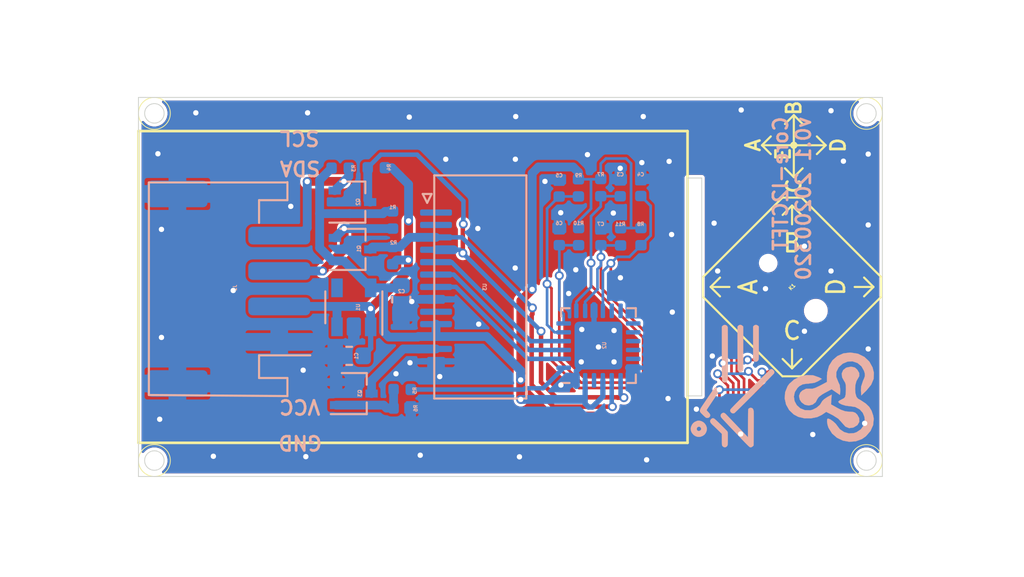
<source format=kicad_pcb>
(kicad_pcb (version 20171130) (host pcbnew "(5.1.4)-1")
  (layers (0 F.Cu signal) (31 B.Cu signal) (34 B.Paste user) (35 F.Paste user) (36 B.SilkS user) (37 F.SilkS user) (38 B.Mask user) (39 F.Mask user) (44 Edge.Cuts user))
  (net 0 "")
  (net 1 GND)
  (net 2 /VCC)
  (net 3 /3V3)
  (net 4 /SCL)
  (net 5 /SDA)
  (net 6 /SDAL)
  (net 7 /SCLL)
  (net 8 /LEDA)
  (net 9 "Net-(Q3-Pad1)")
  (net 10 /BL)
  (net 11 /RS)
  (net 12 /RES)
  (net 13 /CS)
  (net 14 /C)
  (net 15 /E)
  (net 16 /A)
  (net 17 /B)
  (net 18 /D)
  (module Pinno:Pinno_Single_5.1x5.1mm (layer B.Cu) (at 162.7 68.35 270)
    (fp_text reference G*** hide)
    (fp_text value LOGO hide)
  )
  (module Pinno:HTCTEK_LOGO_80 (layer B.Cu) (at 168.15 68.97 270)
    (fp_text reference G*** hide)
    (fp_text value LOGO hide)
  )
  (module C_0603_1608Metric (layer B.Cu) (at 141.0475 66.64 180)
    (fp_text reference C1 (at -0.4025 -0.01 270) (layer B.SilkS) (effects (font (size 0.2 0.2) (thickness 0.05)) (justify mirror)))
    (fp_text value 1uF)
    (pad 1 smd roundrect (at -0.7875 0 180) (size 0.875 0.95) (layers B.Cu B.Paste B.Mask) (net 2 /VCC))
    (pad 2 smd roundrect (at 0.7875 0 180) (size 0.875 0.95) (layers B.Cu B.Paste B.Mask) (net 1 GND))
  )
  (module C_0603_1608Metric (layer B.Cu) (at 143.99 63.4675 270)
    (fp_text reference C2 (at -0.4675 -0.01 180) (layer B.SilkS) (effects (font (size 0.2 0.2) (thickness 0.05)) (justify mirror)))
    (fp_text value 1uF)
    (pad 2 smd roundrect (at 0.7875 0 270) (size 0.875 0.95) (layers B.Cu B.Paste B.Mask) (net 1 GND))
    (pad 1 smd roundrect (at -0.7875 0 270) (size 0.875 0.95) (layers B.Cu B.Paste B.Mask) (net 3 /3V3))
  )
  (module SOT-323_SC-70 (layer B.Cu) (at 141.24 60.63)
    (fp_text reference Q1 (at 0.36 -0.03 270) (layer B.SilkS) (effects (font (size 0.2 0.2) (thickness 0.05)) (justify mirror)))
    (fp_text value CJ2102)
    (pad 3 smd rect (at 1 0 90) (size 0.45 0.7) (layers B.Cu B.Paste B.Mask) (net 6 /SDAL))
    (pad 2 smd rect (at -1 -0.65 90) (size 0.45 0.7) (layers B.Cu B.Paste B.Mask) (net 5 /SDA))
    (pad 1 smd rect (at -1 0.65 90) (size 0.45 0.7) (layers B.Cu B.Paste B.Mask) (net 3 /3V3))
  )
  (module SOT-323_SC-70 (layer B.Cu) (at 141.23 57.96)
    (fp_text reference Q2 (at 0.32 -0.01 270) (layer B.SilkS) (effects (font (size 0.2 0.2) (thickness 0.05)) (justify mirror)))
    (fp_text value CJ2102)
    (pad 1 smd rect (at -1 0.65 90) (size 0.45 0.7) (layers B.Cu B.Paste B.Mask) (net 3 /3V3))
    (pad 2 smd rect (at -1 -0.65 90) (size 0.45 0.7) (layers B.Cu B.Paste B.Mask) (net 4 /SCL))
    (pad 3 smd rect (at 1 0 90) (size 0.45 0.7) (layers B.Cu B.Paste B.Mask) (net 7 /SCLL))
  )
  (module SOT-323_SC-70 (layer B.Cu) (at 141.31 68.77)
    (fp_text reference Q3 (at 0.34 -0.02 270) (layer B.SilkS) (effects (font (size 0.2 0.2) (thickness 0.05)) (justify mirror)))
    (fp_text value CJ2102)
    (pad 1 smd rect (at -1 0.65 90) (size 0.45 0.7) (layers B.Cu B.Paste B.Mask) (net 9 "Net-(Q3-Pad1)"))
    (pad 2 smd rect (at -1 -0.65 90) (size 0.45 0.7) (layers B.Cu B.Paste B.Mask) (net 1 GND))
    (pad 3 smd rect (at 1 0 90) (size 0.45 0.7) (layers B.Cu B.Paste B.Mask) (net 8 /LEDA))
  )
  (module R_0402_1005Metric (layer B.Cu) (at 143.5 58.97 90)
    (fp_text reference R1 (at 0.72 0) (layer B.SilkS) (effects (font (size 0.2 0.2) (thickness 0.05)) (justify mirror)))
    (fp_text value 1k)
    (pad 1 smd roundrect (at -0.485 0 90) (size 0.59 0.64) (layers B.Cu B.Paste B.Mask) (net 5 /SDA))
    (pad 2 smd roundrect (at 0.485 0 90) (size 0.59 0.64) (layers B.Cu B.Paste B.Mask) (net 3 /3V3))
  )
  (module R_0402_1005Metric (layer B.Cu) (at 143.5 60.98 90)
    (fp_text reference R2 (at 0.73 0.05) (layer B.SilkS) (effects (font (size 0.2 0.2) (thickness 0.05)) (justify mirror)))
    (fp_text value 1k)
    (pad 2 smd roundrect (at 0.485 0 90) (size 0.59 0.64) (layers B.Cu B.Paste B.Mask) (net 6 /SDAL))
    (pad 1 smd roundrect (at -0.485 0 90) (size 0.59 0.64) (layers B.Cu B.Paste B.Mask) (net 2 /VCC))
  )
  (module R_0402_1005Metric (layer B.Cu) (at 140.54 56.04 180)
    (fp_text reference R3 (at -0.76 -0.01 270) (layer B.SilkS) (effects (font (size 0.2 0.2) (thickness 0.05)) (justify mirror)))
    (fp_text value 1k)
    (pad 2 smd roundrect (at 0.485 0 180) (size 0.59 0.64) (layers B.Cu B.Paste B.Mask) (net 3 /3V3))
    (pad 1 smd roundrect (at -0.485 0 180) (size 0.59 0.64) (layers B.Cu B.Paste B.Mask) (net 4 /SCL))
  )
  (module R_0402_1005Metric (layer B.Cu) (at 142.58 56.02 180)
    (fp_text reference R4 (at -0.72 0.02 270) (layer B.SilkS) (effects (font (size 0.2 0.2) (thickness 0.05)) (justify mirror)))
    (fp_text value 1k)
    (pad 1 smd roundrect (at -0.485 0 180) (size 0.59 0.64) (layers B.Cu B.Paste B.Mask) (net 2 /VCC))
    (pad 2 smd roundrect (at 0.485 0 180) (size 0.59 0.64) (layers B.Cu B.Paste B.Mask) (net 7 /SCLL))
  )
  (module R_0402_1005Metric (layer B.Cu) (at 144.04 68.54 180)
    (fp_text reference R5 (at -0.71 -0.06 270) (layer B.SilkS) (effects (font (size 0.2 0.2) (thickness 0.05)) (justify mirror)))
    (fp_text value 1k)
    (pad 2 smd roundrect (at 0.485 0 180) (size 0.59 0.64) (layers B.Cu B.Paste B.Mask) (net 9 "Net-(Q3-Pad1)"))
    (pad 1 smd roundrect (at -0.485 0 180) (size 0.59 0.64) (layers B.Cu B.Paste B.Mask) (net 10 /BL))
  )
  (module R_0402_1005Metric (layer B.Cu) (at 144.04 69.59)
    (fp_text reference R6 (at 0.76 0.01 270) (layer B.SilkS) (effects (font (size 0.2 0.2) (thickness 0.05)) (justify mirror)))
    (fp_text value 100k)
    (pad 1 smd roundrect (at -0.485 0) (size 0.59 0.64) (layers B.Cu B.Paste B.Mask) (net 9 "Net-(Q3-Pad1)"))
    (pad 2 smd roundrect (at 0.485 0) (size 0.59 0.64) (layers B.Cu B.Paste B.Mask) (net 1 GND))
  )
  (module SOT-23-5 (layer B.Cu) (at 141.31 63.9 90)
    (fp_text reference U1 (at 0 0.24 90) (layer B.SilkS) (effects (font (size 0.2 0.2) (thickness 0.05)) (justify mirror)))
    (fp_text value ME6215C33M5G)
    (pad 1 smd rect (at -1.1 0.95 90) (size 1.06 0.65) (layers B.Cu B.Paste B.Mask) (net 2 /VCC))
    (pad 2 smd rect (at -1.1 0 90) (size 1.06 0.65) (layers B.Cu B.Paste B.Mask) (net 1 GND))
    (pad 3 smd rect (at -1.1 -0.95 90) (size 1.06 0.65) (layers B.Cu B.Paste B.Mask) (net 2 /VCC))
    (pad 4 smd rect (at 1.1 -0.95 90) (size 1.06 0.65) (layers B.Cu B.Paste B.Mask))
    (pad 5 smd rect (at 1.1 0.95 90) (size 1.06 0.65) (layers B.Cu B.Paste B.Mask) (net 3 /3V3))
  )
  (module QFN-24-1EP_4x4mm_P0.5mm_EP2.7x2.7mm (layer B.Cu) (at 155.12 66.06)
    (fp_text reference U2 (at 0.33 -0.01 270) (layer B.SilkS) (effects (font (size 0.2 0.2) (thickness 0.05)) (justify mirror)))
    (fp_text value AW9523BTQR)
    (pad 25 smd roundrect (at 0 0) (size 2.7 2.7) (layers B.Cu B.Mask) (roundrect_rratio 0.09259299999999999) (net 1 GND))
    (pad 1 smd roundrect (at -1.9625 1.25) (size 0.825 0.25) (layers B.Cu B.Paste B.Mask) (net 10 /BL))
    (pad 2 smd roundrect (at -1.9625 0.75) (size 0.825 0.25) (layers B.Cu B.Paste B.Mask) (net 13 /CS))
    (pad 3 smd roundrect (at -1.9625 0.25) (size 0.825 0.25) (layers B.Cu B.Paste B.Mask) (net 12 /RES))
    (pad 4 smd roundrect (at -1.9625 -0.25) (size 0.825 0.25) (layers B.Cu B.Paste B.Mask) (net 11 /RS))
    (pad 5 smd roundrect (at -1.9625 -0.75) (size 0.825 0.25) (layers B.Cu B.Paste B.Mask) (net 16 /A))
    (pad 6 smd roundrect (at -1.9625 -1.25) (size 0.825 0.25) (layers B.Cu B.Paste B.Mask) (net 17 /B))
    (pad 7 smd roundrect (at -1.25 -1.9625) (size 0.25 0.825) (layers B.Cu B.Paste B.Mask) (net 14 /C))
    (pad 8 smd roundrect (at -0.75 -1.9625) (size 0.25 0.825) (layers B.Cu B.Paste B.Mask) (net 18 /D))
    (pad 9 smd roundrect (at -0.25 -1.9625) (size 0.25 0.825) (layers B.Cu B.Paste B.Mask) (net 1 GND))
    (pad 10 smd roundrect (at 0.25 -1.9625) (size 0.25 0.825) (layers B.Cu B.Paste B.Mask) (net 15 /E))
    (pad 11 smd roundrect (at 0.75 -1.9625) (size 0.25 0.825) (layers B.Cu B.Paste B.Mask))
    (pad 12 smd roundrect (at 1.25 -1.9625) (size 0.25 0.825) (layers B.Cu B.Paste B.Mask))
    (pad 13 smd roundrect (at 1.9625 -1.25) (size 0.825 0.25) (layers B.Cu B.Paste B.Mask))
    (pad 14 smd roundrect (at 1.9625 -0.75) (size 0.825 0.25) (layers B.Cu B.Paste B.Mask))
    (pad 15 smd roundrect (at 1.9625 -0.25) (size 0.825 0.25) (layers B.Cu B.Paste B.Mask))
    (pad 16 smd roundrect (at 1.9625 0.25) (size 0.825 0.25) (layers B.Cu B.Paste B.Mask))
    (pad 17 smd roundrect (at 1.9625 0.75) (size 0.825 0.25) (layers B.Cu B.Paste B.Mask))
    (pad 18 smd roundrect (at 1.9625 1.25) (size 0.825 0.25) (layers B.Cu B.Paste B.Mask) (net 1 GND))
    (pad 19 smd roundrect (at 1.25 1.9625) (size 0.25 0.825) (layers B.Cu B.Paste B.Mask) (net 7 /SCLL))
    (pad 20 smd roundrect (at 0.75 1.9625) (size 0.25 0.825) (layers B.Cu B.Paste B.Mask) (net 6 /SDAL))
    (pad 21 smd roundrect (at 0.25 1.9625) (size 0.25 0.825) (layers B.Cu B.Paste B.Mask) (net 3 /3V3))
    (pad 22 smd roundrect (at -0.25 1.9625) (size 0.25 0.825) (layers B.Cu B.Paste B.Mask))
    (pad 23 smd roundrect (at -0.75 1.9625) (size 0.25 0.825) (layers B.Cu B.Paste B.Mask) (net 3 /3V3))
    (pad 24 smd roundrect (at -1.25 1.9625) (size 0.25 0.825) (layers B.Cu B.Paste B.Mask) (net 1 GND))
  )
  (module TFT_ZJY114IPS_1.14Inch_135x240Pixels_17.6x31.0x1.6mm (layer F.Cu) (at 148.45 62.75 270)
    (fp_text reference U3 (at 0 -0.25 270) (layer B.SilkS) (effects (font (size 0.2 0.2) (thickness 0.05)) (justify mirror)))
    (fp_text value TFT_ZJY114IPS_1.14Inch_135x240Pixels_17.6x31.0x1.6mm)
    (pad 13 smd roundrect (at 4.2 2.5) (size 1.8 0.35) (layers B.Cu B.Paste B.Mask) (net 1 GND))
    (pad 12 smd roundrect (at 3.5 2.5) (size 1.8 0.35) (layers B.Cu B.Paste B.Mask) (net 8 /LEDA))
    (pad 11 smd roundrect (at 2.8 2.5) (size 1.8 0.35) (layers B.Cu B.Paste B.Mask) (net 3 /3V3))
    (pad 10 smd roundrect (at 2.1 2.5) (size 1.8 0.35) (layers B.Cu B.Paste B.Mask) (net 3 /3V3))
    (pad 9 smd roundrect (at 1.4 2.5) (size 1.8 0.35) (layers B.Cu B.Paste B.Mask))
    (pad 8 smd roundrect (at 0.7 2.5) (size 1.8 0.35) (layers B.Cu B.Paste B.Mask) (net 1 GND))
    (pad 7 smd roundrect (at 0 2.5) (size 1.8 0.35) (layers B.Cu B.Paste B.Mask) (net 13 /CS))
    (pad 6 smd roundrect (at -0.7 2.5) (size 1.8 0.35) (layers B.Cu B.Paste B.Mask) (net 12 /RES))
    (pad 5 smd roundrect (at -1.4 2.5) (size 1.8 0.35) (layers B.Cu B.Paste B.Mask) (net 11 /RS))
    (pad 4 smd roundrect (at -2.1 2.5) (size 1.8 0.35) (layers B.Cu B.Paste B.Mask) (net 7 /SCLL))
    (pad 3 smd roundrect (at -2.8 2.5) (size 1.8 0.35) (layers B.Cu B.Paste B.Mask) (net 6 /SDAL))
    (pad 2 smd roundrect (at -3.5 2.5) (size 1.8 0.35) (layers B.Cu B.Paste B.Mask))
    (pad 1 smd roundrect (at -4.2 2.5) (size 1.8 0.35) (layers B.Cu B.Paste B.Mask))
  )
  (module C_0402_1005Metric (layer B.Cu) (at 156.35 57.145 90)
    (fp_text reference C3 (at 0.745 0) (layer B.SilkS) (effects (font (size 0.2 0.2) (thickness 0.05)) (justify mirror)))
    (fp_text value 100nF)
    (pad 1 smd roundrect (at -0.485 0 90) (size 0.59 0.64) (layers B.Cu B.Paste B.Mask) (net 14 /C))
    (pad 2 smd roundrect (at 0.485 0 90) (size 0.59 0.64) (layers B.Cu B.Paste B.Mask) (net 1 GND))
  )
  (module C_0402_1005Metric (layer B.Cu) (at 157.51 57.13 90)
    (fp_text reference C4 (at 0.73 -0.01) (layer B.SilkS) (effects (font (size 0.2 0.2) (thickness 0.05)) (justify mirror)))
    (fp_text value 100nF)
    (pad 2 smd roundrect (at 0.485 0 90) (size 0.59 0.64) (layers B.Cu B.Paste B.Mask) (net 1 GND))
    (pad 1 smd roundrect (at -0.485 0 90) (size 0.59 0.64) (layers B.Cu B.Paste B.Mask) (net 15 /E))
  )
  (module C_0402_1005Metric (layer B.Cu) (at 152.9 57.16 90)
    (fp_text reference C5 (at 0.71 0) (layer B.SilkS) (effects (font (size 0.2 0.2) (thickness 0.05)) (justify mirror)))
    (fp_text value 100nF)
    (pad 1 smd roundrect (at -0.485 0 90) (size 0.59 0.64) (layers B.Cu B.Paste B.Mask) (net 16 /A))
    (pad 2 smd roundrect (at 0.485 0 90) (size 0.59 0.64) (layers B.Cu B.Paste B.Mask) (net 1 GND))
  )
  (module C_0402_1005Metric (layer B.Cu) (at 152.91 59.905 90)
    (fp_text reference C6 (at 0.755 -0.01) (layer B.SilkS) (effects (font (size 0.2 0.2) (thickness 0.05)) (justify mirror)))
    (fp_text value 100nF)
    (pad 2 smd roundrect (at 0.485 0 90) (size 0.59 0.64) (layers B.Cu B.Paste B.Mask) (net 1 GND))
    (pad 1 smd roundrect (at -0.485 0 90) (size 0.59 0.64) (layers B.Cu B.Paste B.Mask) (net 17 /B))
  )
  (module C_0402_1005Metric (layer B.Cu) (at 155.26 59.91 90)
    (fp_text reference C7 (at 0.71 -0.01) (layer B.SilkS) (effects (font (size 0.2 0.2) (thickness 0.05)) (justify mirror)))
    (fp_text value 100nF)
    (pad 1 smd roundrect (at -0.485 0 90) (size 0.59 0.64) (layers B.Cu B.Paste B.Mask) (net 18 /D))
    (pad 2 smd roundrect (at 0.485 0 90) (size 0.59 0.64) (layers B.Cu B.Paste B.Mask) (net 1 GND))
  )
  (module Pinno:Switch_GANGYUAN_KAN0741-0601M1_TACT-SWITCH_8P_7.5x7.5x6mm (layer F.Cu) (at 166.05 62.75 45)
    (fp_text reference K1 (at 0 0 45) (layer F.SilkS) (effects (font (size 0.2 0.2) (thickness 0.05))))
    (fp_text value KAN0741-0601M1)
    (fp_text user A (at -1.75 -1.75 90) (layer F.SilkS))
    (fp_text user B (at 1.75 -1.75) (layer F.SilkS))
    (fp_text user C (at -1.75 1.75) (layer F.SilkS))
    (fp_text user D (at 1.75 1.75 270) (layer F.SilkS))
    (pad "" np_thru_hole circle (at 0 1.9 45) (size 1.05 1.05) (drill 1.05) (layers *.Cu *.Mask))
    (pad "" np_thru_hole circle (at 0 -1.9 45) (size 0.75 0.75) (drill 0.75) (layers *.Cu *.Mask))
    (pad 4 smd roundrect (at 3.5 -1.4 45) (size 1.5 1) (layers F.Cu F.Paste F.Mask) (net 17 /B))
    (pad 5 smd roundrect (at 3.5 0 45) (size 1.5 1) (layers F.Cu F.Paste F.Mask) (net 1 GND))
    (pad 6 smd roundrect (at 3.5 1.4 45) (size 1.5 1) (layers F.Cu F.Paste F.Mask) (net 18 /D))
    (pad 3 smd roundrect (at -3.5 1.4 45) (size 1.5 1) (layers F.Cu F.Paste F.Mask) (net 14 /C))
    (pad 2 smd roundrect (at -3.5 0 45) (size 1.5 1) (layers F.Cu F.Paste F.Mask) (net 15 /E))
    (pad 1 smd roundrect (at -3.5 -1.4 45) (size 1.5 1) (layers F.Cu F.Paste F.Mask) (net 16 /A))
    (pad MP smd roundrect (at 0 -3.9 45) (size 2 1.5) (layers F.Cu F.Paste F.Mask) (net 1 GND))
    (pad MP smd roundrect (at 0 3.9 45) (size 2 1.5) (layers F.Cu F.Paste F.Mask) (net 1 GND))
  )
  (module R_0402_1005Metric (layer B.Cu) (at 155.25 57.14 270)
    (fp_text reference R7 (at -0.74 0) (layer B.SilkS) (effects (font (size 0.2 0.2) (thickness 0.05)) (justify mirror)))
    (fp_text value 100k)
    (pad 2 smd roundrect (at 0.485 0 270) (size 0.59 0.64) (layers B.Cu B.Paste B.Mask) (net 14 /C))
    (pad 1 smd roundrect (at -0.485 0 270) (size 0.59 0.64) (layers B.Cu B.Paste B.Mask) (net 3 /3V3))
  )
  (module R_0402_1005Metric (layer B.Cu) (at 157.52 59.91 270)
    (fp_text reference R8 (at -0.71 0.02) (layer B.SilkS) (effects (font (size 0.2 0.2) (thickness 0.05)) (justify mirror)))
    (fp_text value 100k)
    (pad 1 smd roundrect (at -0.485 0 270) (size 0.59 0.64) (layers B.Cu B.Paste B.Mask) (net 3 /3V3))
    (pad 2 smd roundrect (at 0.485 0 270) (size 0.59 0.64) (layers B.Cu B.Paste B.Mask) (net 15 /E))
  )
  (module R_0402_1005Metric (layer B.Cu) (at 153.99 57.155 270)
    (fp_text reference R9 (at -0.705 -0.01) (layer B.SilkS) (effects (font (size 0.2 0.2) (thickness 0.05)) (justify mirror)))
    (fp_text value 100k)
    (pad 2 smd roundrect (at 0.485 0 270) (size 0.59 0.64) (layers B.Cu B.Paste B.Mask) (net 16 /A))
    (pad 1 smd roundrect (at -0.485 0 270) (size 0.59 0.64) (layers B.Cu B.Paste B.Mask) (net 3 /3V3))
  )
  (module R_0402_1005Metric (layer B.Cu) (at 154 59.91 270)
    (fp_text reference R10 (at -0.76 0) (layer B.SilkS) (effects (font (size 0.2 0.2) (thickness 0.05)) (justify mirror)))
    (fp_text value 100k)
    (pad 1 smd roundrect (at -0.485 0 270) (size 0.59 0.64) (layers B.Cu B.Paste B.Mask) (net 3 /3V3))
    (pad 2 smd roundrect (at 0.485 0 270) (size 0.59 0.64) (layers B.Cu B.Paste B.Mask) (net 17 /B))
  )
  (module R_0402_1005Metric (layer B.Cu) (at 156.37 59.92 270)
    (fp_text reference R11 (at -0.72 0.02) (layer B.SilkS) (effects (font (size 0.2 0.2) (thickness 0.05)) (justify mirror)))
    (fp_text value 100k)
    (pad 1 smd roundrect (at -0.485 0 270) (size 0.59 0.64) (layers B.Cu B.Paste B.Mask) (net 3 /3V3))
    (pad 2 smd roundrect (at 0.485 0 270) (size 0.59 0.64) (layers B.Cu B.Paste B.Mask) (net 18 /D))
  )
  (module Connector_CJT_A2001WR-S-4P_1x04-1MP_P2.00mm_Horizontal (layer B.Cu) (at 134.25 62.85 90)
    (fp_text reference J1 (at 0.05 0.35 90) (layer B.SilkS) (effects (font (size 0.2 0.2) (thickness 0.05)) (justify mirror)))
    (fp_text value A2001WR-S-4P)
    (pad 1 smd roundrect (at -3 2.85 90) (size 1 3.5) (layers B.Cu B.Paste B.Mask) (net 1 GND))
    (pad 2 smd roundrect (at -1 2.85 90) (size 1 3.5) (layers B.Cu B.Paste B.Mask) (net 2 /VCC))
    (pad MP smd roundrect (at -5.35 -2.9 90) (size 1.5 3.4) (layers B.Cu B.Paste B.Mask) (roundrect_rratio 0.166667) (net 1 GND))
    (pad MP smd roundrect (at 5.35 -2.9 90) (size 1.5 3.4) (layers B.Cu B.Paste B.Mask) (roundrect_rratio 0.166667) (net 1 GND))
    (pad 3 smd roundrect (at 1 2.85 90) (size 1 3.5) (layers B.Cu B.Paste B.Mask) (net 5 /SDA))
    (pad 4 smd roundrect (at 3 2.85 90) (size 1 3.5) (layers B.Cu B.Paste B.Mask) (net 4 /SCL))
  )
  (gr_text "Core-I2CTFT\nv0.1 20200320" (at 166.05 53.05 90) (layer B.SilkS) (effects (font (size 0.8 0.8)) (justify left mirror)))
  (gr_circle (center 166.15 54.75) (end 166.25 54.65) (layer F.SilkS) (width 0.12))
  (gr_text E (at 165.55 55.25 90) (layer F.SilkS) (effects (font (size 0.8 0.8) (thickness 0.152))))
  (gr_text C (at 166.15 57.05 90) (layer F.SilkS) (effects (font (size 0.8 0.8) (thickness 0.152))))
  (gr_text D (at 168.65 54.75 90) (layer F.SilkS) (effects (font (size 0.8 0.8) (thickness 0.152))))
  (gr_text B (at 166.15 52.65 90) (layer F.SilkS) (effects (font (size 0.8 0.8) (thickness 0.152))))
  (gr_text A (at 163.85 54.75 90) (layer F.SilkS) (effects (font (size 0.8 0.8) (thickness 0.152))))
  (gr_line (start 166.15 53.05) (end 165.65 53.55) (layer F.SilkS) (width 0.12))
  (gr_line (start 166.15 53.05) (end 166.65 53.55) (layer F.SilkS) (width 0.12))
  (gr_line (start 167.95 54.75) (end 167.45 54.25) (layer F.SilkS) (width 0.12))
  (gr_line (start 167.45 55.25) (end 167.95 54.75) (layer F.SilkS) (width 0.12))
  (gr_line (start 164.35 54.75) (end 164.85 54.25) (layer F.SilkS) (width 0.12))
  (gr_line (start 164.85 55.25) (end 164.35 54.75) (layer F.SilkS) (width 0.12))
  (gr_line (start 166.15 56.55) (end 166.65 56.05) (layer F.SilkS) (width 0.12))
  (gr_line (start 166.15 56.55) (end 165.65 56.05) (layer F.SilkS) (width 0.12))
  (gr_line (start 166.15 56.55) (end 166.15 53.05) (layer F.SilkS) (width 0.12))
  (gr_line (start 165.95 54.75) (end 167.95 54.75) (layer F.SilkS) (width 0.12))
  (gr_line (start 164.35 54.75) (end 166.35 54.75) (layer F.SilkS) (width 0.12))
  (gr_text SCL (at 139.45 54.35 180) (layer B.SilkS) (effects (font (size 0.8 0.8) (thickness 0.152)) (justify left)))
  (gr_text SDA (at 139.5 56.05 180) (layer B.SilkS) (effects (font (size 0.8 0.8) (thickness 0.152)) (justify left)))
  (gr_text VCC (at 139.5 69.512286 180) (layer B.SilkS) (effects (font (size 0.8 0.8) (thickness 0.152)) (justify left)))
  (gr_text GND (at 139.6 71.540095 180) (layer B.SilkS) (effects (font (size 0.8 0.8) (thickness 0.152)) (justify left)))
  (gr_line (start 171.15 52.05) (end 171.15 73.45) (layer Edge.Cuts) (width 0.05))
  (gr_line (start 129.15 52.05) (end 129.15 73.45) (layer Edge.Cuts) (width 0.05))
  (gr_line (start 160.15 56.6) (end 160.15 68.9) (layer Edge.Cuts) (width 0.05))
  (gr_line (start 160.95 56.6) (end 160.15 56.6) (layer Edge.Cuts) (width 0.05))
  (gr_line (start 160.95 68.9) (end 160.95 56.6) (layer Edge.Cuts) (width 0.05))
  (gr_line (start 160.15 68.9) (end 160.95 68.9) (layer Edge.Cuts) (width 0.05))
  (gr_line (start 160.15 53.95) (end 160.15 71.55) (layer F.SilkS) (width 0.15))
  (gr_line (start 160.15 53.95) (end 129.15 53.95) (layer F.SilkS) (width 0.15))
  (gr_line (start 129.15 71.55) (end 160.15 71.55) (layer F.SilkS) (width 0.15))
  (gr_line (start 129.15 71.55) (end 129.15 53.95) (layer F.SilkS) (width 0.15))
  (gr_circle (center 170.25 52.95) (end 169.7 52.95) (layer Edge.Cuts) (width 0.05))
  (gr_circle (center 130.05 72.55) (end 129.5 72.55) (layer Edge.Cuts) (width 0.05))
  (gr_circle (center 170.25 72.55) (end 169.7 72.55) (layer Edge.Cuts) (width 0.05))
  (gr_circle (center 130.05 72.55) (end 130.05 71.65) (layer F.SilkS) (width 0.05))
  (gr_line (start 171.15 52.05) (end 129.15 52.05) (layer Edge.Cuts) (width 0.05))
  (gr_line (start 129.15 73.45) (end 171.15 73.45) (layer Edge.Cuts) (width 0.05))
  (gr_circle (center 130.05 52.95) (end 130.05 52.05) (layer F.SilkS) (width 0.05))
  (gr_circle (center 170.25 52.95) (end 170.25 52.05) (layer F.SilkS) (width 0.05))
  (gr_circle (center 170.25 72.55) (end 170.25 71.65) (layer F.SilkS) (width 0.05))
  (gr_circle (center 130.05 52.95) (end 129.5 52.95) (layer Edge.Cuts) (width 0.05))
  (segment (start 144.705 63.45) (end 145.95 63.45) (width 0.5) (layer B.Cu) (net 1))
  (segment (start 143.9 64.255) (end 144.5825 63.5725) (width 0.5) (layer B.Cu) (net 1))
  (via (at 152.99 58.56) (size 0.5) (drill 0.3) (layers F.Cu B.Cu) (net 1))
  (via (at 155.96 58.58) (size 0.5) (drill 0.3) (layers F.Cu B.Cu) (net 1))
  (via (at 156.35 56.05) (size 0.5) (drill 0.3) (layers F.Cu B.Cu) (net 1))
  (via (at 157.57 55.73) (size 0.5) (drill 0.3) (layers F.Cu B.Cu) (net 1))
  (via (at 148.36 64.85) (size 0.5) (drill 0.3) (layers F.Cu B.Cu) (net 1))
  (segment (start 144.5825 63.5725) (end 144.705 63.45) (width 0.5) (layer B.Cu) (net 1))
  (via (at 144.5825 63.5725) (size 0.5) (drill 0.3) (layers F.Cu B.Cu) (net 1))
  (via (at 143.69 67.65) (size 0.5) (drill 0.3) (layers F.Cu B.Cu) (net 1))
  (via (at 144.48 67.03) (size 0.5) (drill 0.3) (layers F.Cu B.Cu) (net 1))
  (via (at 146.16 67.81) (size 0.5) (drill 0.3) (layers F.Cu B.Cu) (net 1))
  (via (at 153 68.29) (size 0.5) (drill 0.3) (layers F.Cu B.Cu) (net 1))
  (via (at 155.12 66.14) (size 0.5) (drill 0.3) (layers F.Cu B.Cu) (net 1))
  (via (at 154.15 66.98) (size 0.5) (drill 0.3) (layers F.Cu B.Cu) (net 1))
  (via (at 156 66.98) (size 0.5) (drill 0.3) (layers F.Cu B.Cu) (net 1))
  (via (at 154.18 65.15) (size 0.5) (drill 0.3) (layers F.Cu B.Cu) (net 1))
  (via (at 156 65.21) (size 0.5) (drill 0.3) (layers F.Cu B.Cu) (net 1))
  (via (at 152.1 56.79) (size 0.5) (drill 0.3) (layers F.Cu B.Cu) (net 1))
  (segment (start 154.87 65.81) (end 155.12 66.06) (width 0.3) (layer B.Cu) (net 1))
  (segment (start 154.87 64.0975) (end 154.87 65.81) (width 0.3) (layer B.Cu) (net 1))
  (via (at 130.35 70.22) (size 0.5) (drill 0.3) (layers F.Cu B.Cu) (net 1))
  (via (at 133.38 72.31) (size 0.5) (drill 0.3) (layers F.Cu B.Cu) (net 1))
  (via (at 138.6 72.33) (size 0.5) (drill 0.3) (layers F.Cu B.Cu) (net 1))
  (via (at 145.06 72.25) (size 0.5) (drill 0.3) (layers F.Cu B.Cu) (net 1))
  (via (at 150.66 72.34) (size 0.5) (drill 0.3) (layers F.Cu B.Cu) (net 1))
  (via (at 157.84 72.51) (size 0.5) (drill 0.3) (layers F.Cu B.Cu) (net 1))
  (via (at 130.25 55.23) (size 0.5) (drill 0.3) (layers F.Cu B.Cu) (net 1))
  (via (at 132.39 52.92) (size 0.5) (drill 0.3) (layers F.Cu B.Cu) (net 1))
  (via (at 138.7 52.92) (size 0.5) (drill 0.3) (layers F.Cu B.Cu) (net 1))
  (via (at 144.44 53.16) (size 0.5) (drill 0.3) (layers F.Cu B.Cu) (net 1))
  (via (at 150.45 53.13) (size 0.5) (drill 0.3) (layers F.Cu B.Cu) (net 1))
  (via (at 157.65 53.13) (size 0.5) (drill 0.3) (layers F.Cu B.Cu) (net 1))
  (via (at 159.11 55.66) (size 0.5) (drill 0.3) (layers F.Cu B.Cu) (net 1))
  (via (at 159.25 59.79) (size 0.5) (drill 0.3) (layers F.Cu B.Cu) (net 1))
  (via (at 159.29 64.17) (size 0.5) (drill 0.3) (layers F.Cu B.Cu) (net 1))
  (via (at 156.36 62.23) (size 0.5) (drill 0.3) (layers F.Cu B.Cu) (net 1))
  (via (at 150.42 61.68) (size 0.5) (drill 0.3) (layers F.Cu B.Cu) (net 1))
  (via (at 146.5 55.54) (size 0.5) (drill 0.3) (layers F.Cu B.Cu) (net 1))
  (via (at 148.31 59.45) (size 0.5) (drill 0.3) (layers F.Cu B.Cu) (net 1))
  (via (at 150.43 55.54) (size 0.5) (drill 0.3) (layers F.Cu B.Cu) (net 1))
  (via (at 154.5 55.28) (size 0.5) (drill 0.3) (layers F.Cu B.Cu) (net 1))
  (via (at 153.44 63.12) (size 0.5) (drill 0.3) (layers F.Cu B.Cu) (net 1))
  (via (at 153.84 61.78) (size 0.5) (drill 0.3) (layers F.Cu B.Cu) (net 1))
  (segment (start 155.12 66.26) (end 155.12 66.06) (width 0.3) (layer B.Cu) (net 1))
  (segment (start 153.87 67.51) (end 155.12 66.26) (width 0.3) (layer B.Cu) (net 1))
  (segment (start 153.87 68.0225) (end 153.87 67.51) (width 0.3) (layer B.Cu) (net 1))
  (via (at 170.15 70.45) (size 0.5) (drill 0.3) (layers F.Cu B.Cu) (net 1))
  (via (at 170.35 66.25) (size 0.5) (drill 0.3) (layers F.Cu B.Cu) (net 1))
  (via (at 170.35 59.25) (size 0.5) (drill 0.3) (layers F.Cu B.Cu) (net 1))
  (via (at 170.35 55.25) (size 0.5) (drill 0.3) (layers F.Cu B.Cu) (net 1))
  (via (at 168.25 52.8) (size 0.5) (drill 0.3) (layers F.Cu B.Cu) (net 1))
  (via (at 163.18 52.76) (size 0.5) (drill 0.3) (layers F.Cu B.Cu) (net 1))
  (via (at 163.15 71.05) (size 0.5) (drill 0.3) (layers F.Cu B.Cu) (net 1))
  (via (at 164.55 62.85) (size 0.5) (drill 0.3) (layers F.Cu B.Cu) (net 1))
  (via (at 168.95 55.65) (size 0.5) (drill 0.3) (layers F.Cu B.Cu) (net 1))
  (via (at 167.22 71.08) (size 0.5) (drill 0.3) (layers F.Cu B.Cu) (net 1))
  (via (at 161.65 59.15) (size 0.5) (drill 0.3) (layers F.Cu B.Cu) (net 1))
  (via (at 160.65 69.65) (size 0.5) (drill 0.3) (layers F.Cu B.Cu) (net 1))
  (via (at 159.05 69.05) (size 0.5) (drill 0.3) (layers F.Cu B.Cu) (net 1))
  (via (at 161.55 66.65) (size 0.5) (drill 0.3) (layers F.Cu B.Cu) (net 1))
  (via (at 161.85 61.85) (size 0.5) (drill 0.3) (layers F.Cu B.Cu) (net 1))
  (via (at 168.25 61.85) (size 0.5) (drill 0.3) (layers F.Cu B.Cu) (net 1))
  (via (at 166.75 65.25) (size 0.5) (drill 0.3) (layers F.Cu B.Cu) (net 1))
  (via (at 166.75 60.45) (size 0.5) (drill 0.3) (layers F.Cu B.Cu) (net 1))
  (via (at 130.45 65.6) (size 0.5) (drill 0.3) (layers F.Cu B.Cu) (net 1))
  (via (at 130.45 59.5) (size 0.5) (drill 0.3) (layers F.Cu B.Cu) (net 1))
  (via (at 134.5 62.95) (size 0.5) (drill 0.3) (layers F.Cu B.Cu) (net 1))
  (via (at 138.45 67.45) (size 0.5) (drill 0.3) (layers F.Cu B.Cu) (net 1))
  (via (at 137.75 58.2) (size 0.5) (drill 0.3) (layers F.Cu B.Cu) (net 1))
  (segment (start 142.2875 65.0275) (end 142.26 65) (width 0.3) (layer B.Cu) (net 2))
  (segment (start 137.1 63.85) (end 138.31 63.85) (width 0.5) (layer B.Cu) (net 2))
  (segment (start 142.26 63.97) (end 142.26 65) (width 0.5) (layer B.Cu) (net 2))
  (segment (start 142.14 63.85) (end 142.26 63.97) (width 0.5) (layer B.Cu) (net 2))
  (segment (start 142.26 66.215) (end 141.835 66.64) (width 0.3) (layer B.Cu) (net 2))
  (segment (start 142.26 65) (end 142.26 66.215) (width 0.3) (layer B.Cu) (net 2))
  (segment (start 140.34 63.95) (end 140.34 63.85) (width 0.5) (layer B.Cu) (net 2))
  (segment (start 140.36 63.97) (end 140.34 63.95) (width 0.5) (layer B.Cu) (net 2))
  (segment (start 140.36 65) (end 140.36 63.97) (width 0.5) (layer B.Cu) (net 2))
  (segment (start 137.1 63.85) (end 140.34 63.85) (width 0.5) (layer B.Cu) (net 2))
  (segment (start 140.34 63.85) (end 142.14 63.85) (width 0.5) (layer B.Cu) (net 2))
  (segment (start 143.46 56.02) (end 144.4 56.96) (width 0.5) (layer B.Cu) (net 2))
  (segment (start 143.065 56.02) (end 143.46 56.02) (width 0.5) (layer B.Cu) (net 2))
  (via (at 144.4 59.02) (size 0.5) (drill 0.3) (layers F.Cu B.Cu) (net 2))
  (segment (start 144.4 56.96) (end 144.4 59.02) (width 0.5) (layer B.Cu) (net 2))
  (via (at 144.39 61.23) (size 0.5) (drill 0.3) (layers F.Cu B.Cu) (net 2))
  (segment (start 144.4 59.02) (end 144.4 61.22) (width 0.5) (layer F.Cu) (net 2))
  (segment (start 144.4 61.22) (end 144.39 61.23) (width 0.5) (layer F.Cu) (net 2))
  (segment (start 143.735 61.23) (end 143.5 61.465) (width 0.5) (layer B.Cu) (net 2))
  (segment (start 144.39 61.23) (end 143.735 61.23) (width 0.5) (layer B.Cu) (net 2))
  (via (at 142.26 63.97) (size 0.5) (drill 0.3) (layers F.Cu B.Cu) (net 2))
  (segment (start 144.39 61.23) (end 144.39 61.84) (width 0.5) (layer F.Cu) (net 2))
  (segment (start 144.39 61.84) (end 142.26 63.97) (width 0.5) (layer F.Cu) (net 2))
  (segment (start 156.38 59.425) (end 156.37 59.435) (width 0.152) (layer B.Cu) (net 3))
  (segment (start 155.235 56.67) (end 155.25 56.655) (width 0.152) (layer B.Cu) (net 3))
  (segment (start 154.7 58.33) (end 154.7 56.67) (width 0.152) (layer B.Cu) (net 3))
  (segment (start 154 59.425) (end 154 59.03) (width 0.152) (layer B.Cu) (net 3))
  (segment (start 154.7 56.67) (end 155.235 56.67) (width 0.152) (layer B.Cu) (net 3))
  (segment (start 154 59.03) (end 154.7 58.33) (width 0.152) (layer B.Cu) (net 3))
  (segment (start 153.99 56.67) (end 154.7 56.67) (width 0.152) (layer B.Cu) (net 3))
  (segment (start 157.52 59.425) (end 157.015 59.425) (width 0.152) (layer B.Cu) (net 3))
  (segment (start 157.015 59.425) (end 156.38 59.425) (width 0.152) (layer B.Cu) (net 3))
  (segment (start 155.25 55.79) (end 155.25 56.655) (width 0.152) (layer B.Cu) (net 3))
  (segment (start 155.54 55.5) (end 155.25 55.79) (width 0.152) (layer B.Cu) (net 3))
  (segment (start 156.68 55.5) (end 155.54 55.5) (width 0.152) (layer B.Cu) (net 3))
  (segment (start 156.96199 55.78199) (end 156.68 55.5) (width 0.152) (layer B.Cu) (net 3))
  (segment (start 157.015 59.425) (end 156.96199 59.37199) (width 0.152) (layer B.Cu) (net 3))
  (segment (start 156.96199 59.37199) (end 156.96199 55.78199) (width 0.152) (layer B.Cu) (net 3))
  (segment (start 143.78 62.8) (end 143.9 62.68) (width 0.5) (layer B.Cu) (net 3))
  (segment (start 140.74 61.28) (end 140.24 61.28) (width 0.5) (layer B.Cu) (net 3))
  (segment (start 142.26 62.8) (end 140.74 61.28) (width 0.5) (layer B.Cu) (net 3))
  (segment (start 140.105 58.61) (end 140.23 58.61) (width 0.5) (layer B.Cu) (net 3))
  (segment (start 142.95299 58.61201) (end 143.08 58.485) (width 0.5) (layer B.Cu) (net 3))
  (segment (start 143.08 58.485) (end 143.5 58.485) (width 0.5) (layer B.Cu) (net 3))
  (segment (start 141.08201 58.61201) (end 142.95299 58.61201) (width 0.5) (layer B.Cu) (net 3))
  (segment (start 141.08 58.61) (end 141.08201 58.61201) (width 0.5) (layer B.Cu) (net 3))
  (segment (start 140.23 58.61) (end 141.08 58.61) (width 0.5) (layer B.Cu) (net 3))
  (segment (start 145.95 65.55) (end 145.95 64.85) (width 0.5) (layer B.Cu) (net 3))
  (segment (start 140.115 61.28) (end 140.24 61.28) (width 0.5) (layer B.Cu) (net 3))
  (segment (start 139.38 60.545) (end 140.115 61.28) (width 0.5) (layer B.Cu) (net 3))
  (segment (start 140.055 56.04) (end 139.38 56.715) (width 0.5) (layer B.Cu) (net 3))
  (segment (start 139.38 58.61) (end 140.23 58.61) (width 0.5) (layer B.Cu) (net 3))
  (segment (start 139.38 56.715) (end 139.38 58.61) (width 0.5) (layer B.Cu) (net 3))
  (segment (start 139.38 58.61) (end 139.38 60.545) (width 0.5) (layer B.Cu) (net 3))
  (segment (start 142.26 62.8) (end 142.99 62.8) (width 0.5) (layer B.Cu) (net 3))
  (segment (start 142.99 62.8) (end 143.78 62.8) (width 0.5) (layer B.Cu) (net 3))
  (segment (start 144.95 65.55) (end 145.95 65.55) (width 0.5) (layer B.Cu) (net 3))
  (segment (start 144.92 65.58) (end 144.95 65.55) (width 0.5) (layer B.Cu) (net 3))
  (segment (start 143.29 65.58) (end 144.92 65.58) (width 0.5) (layer B.Cu) (net 3))
  (segment (start 142.99 62.8) (end 142.99 65.28) (width 0.5) (layer B.Cu) (net 3))
  (segment (start 142.99 65.28) (end 143.29 65.58) (width 0.5) (layer B.Cu) (net 3))
  (via (at 150.73 69.1) (size 0.5) (drill 0.3) (layers F.Cu B.Cu) (net 3))
  (segment (start 150.73 69.1) (end 150.73 67.998694) (width 0.5) (layer F.Cu) (net 3))
  (via (at 150.728706 67.9974) (size 0.5) (drill 0.3) (layers F.Cu B.Cu) (net 3))
  (segment (start 150.73 67.998694) (end 150.728706 67.9974) (width 0.5) (layer F.Cu) (net 3))
  (segment (start 150.73 69.1) (end 154.27 69.1) (width 0.5) (layer B.Cu) (net 3))
  (segment (start 150.728706 67.468706) (end 150.728706 67.9974) (width 0.5) (layer B.Cu) (net 3))
  (segment (start 145.95 65.55) (end 148.81 65.55) (width 0.5) (layer B.Cu) (net 3))
  (segment (start 148.81 65.55) (end 150.728706 67.468706) (width 0.5) (layer B.Cu) (net 3))
  (segment (start 154.37 69.34) (end 154.37 68.535) (width 0.3) (layer B.Cu) (net 3))
  (segment (start 154.777747 69.53) (end 154.56 69.53) (width 0.3) (layer B.Cu) (net 3))
  (segment (start 155.37 68.937747) (end 154.777747 69.53) (width 0.3) (layer B.Cu) (net 3))
  (segment (start 154.37 68.535) (end 154.37 68.0225) (width 0.3) (layer B.Cu) (net 3))
  (segment (start 155.37 68.0225) (end 155.37 68.937747) (width 0.3) (layer B.Cu) (net 3))
  (segment (start 154.56 69.53) (end 154.37 69.34) (width 0.3) (layer B.Cu) (net 3))
  (segment (start 150.728706 67.643847) (end 150.74 67.632553) (width 0.5) (layer F.Cu) (net 3))
  (segment (start 150.728706 67.9974) (end 150.728706 67.643847) (width 0.5) (layer F.Cu) (net 3))
  (segment (start 150.74 63.53) (end 151.38 62.89) (width 0.5) (layer F.Cu) (net 3))
  (segment (start 150.74 67.632553) (end 150.74 63.53) (width 0.5) (layer F.Cu) (net 3))
  (via (at 151.38 62.89) (size 0.5) (drill 0.3) (layers F.Cu B.Cu) (net 3))
  (segment (start 153.99 56.275) (end 153.99 56.67) (width 0.5) (layer B.Cu) (net 3))
  (segment (start 153.69299 55.97799) (end 153.99 56.275) (width 0.5) (layer B.Cu) (net 3))
  (segment (start 151.73201 55.97799) (end 153.69299 55.97799) (width 0.5) (layer B.Cu) (net 3))
  (segment (start 151.38 62.89) (end 151.38 56.33) (width 0.5) (layer B.Cu) (net 3))
  (segment (start 151.38 56.33) (end 151.73201 55.97799) (width 0.5) (layer B.Cu) (net 3))
  (segment (start 141.025 56.04) (end 141.025 56.515) (width 0.5) (layer B.Cu) (net 4))
  (via (at 140.75 56.79) (size 0.5) (drill 0.3) (layers F.Cu B.Cu) (net 4))
  (segment (start 141.025 56.515) (end 140.75 56.79) (width 0.5) (layer B.Cu) (net 4))
  (segment (start 140.75 56.79) (end 140.23 57.31) (width 0.5) (layer B.Cu) (net 4))
  (via (at 138.68 56.8) (size 0.5) (drill 0.3) (layers F.Cu B.Cu) (net 4))
  (segment (start 140.75 56.79) (end 138.69 56.79) (width 0.5) (layer F.Cu) (net 4))
  (segment (start 138.69 56.79) (end 138.68 56.8) (width 0.5) (layer F.Cu) (net 4))
  (segment (start 138.25 59.85) (end 137.1 59.85) (width 0.5) (layer B.Cu) (net 4))
  (segment (start 138.68 56.8) (end 138.68 59.42) (width 0.5) (layer B.Cu) (net 4))
  (segment (start 138.68 59.42) (end 138.25 59.85) (width 0.5) (layer B.Cu) (net 4))
  (segment (start 140.765 59.455) (end 140.24 59.98) (width 0.5) (layer B.Cu) (net 5))
  (segment (start 143.5 59.455) (end 140.765 59.455) (width 0.5) (layer B.Cu) (net 5))
  (via (at 140.765 59.455) (size 0.5) (drill 0.3) (layers F.Cu B.Cu) (net 5))
  (via (at 139.55 61.85) (size 0.5) (drill 0.3) (layers F.Cu B.Cu) (net 5))
  (segment (start 140.765 59.455) (end 140.765 60.635) (width 0.5) (layer F.Cu) (net 5))
  (segment (start 140.765 60.635) (end 139.55 61.85) (width 0.5) (layer F.Cu) (net 5))
  (segment (start 139.55 61.85) (end 137.1 61.85) (width 0.5) (layer B.Cu) (net 5))
  (segment (start 142.375 60.495) (end 142.24 60.63) (width 0.5) (layer B.Cu) (net 6))
  (segment (start 143.5 60.495) (end 142.375 60.495) (width 0.5) (layer B.Cu) (net 6))
  (segment (start 144.95 59.95) (end 145.95 59.95) (width 0.5) (layer B.Cu) (net 6))
  (segment (start 144.465 59.95) (end 144.95 59.95) (width 0.5) (layer B.Cu) (net 6))
  (segment (start 143.92 60.495) (end 144.465 59.95) (width 0.5) (layer B.Cu) (net 6))
  (segment (start 143.5 60.495) (end 143.92 60.495) (width 0.5) (layer B.Cu) (net 6))
  (via (at 155.907824 69.50901) (size 0.5) (drill 0.3) (layers F.Cu B.Cu) (net 6))
  (segment (start 155.87 69.471186) (end 155.907824 69.50901) (width 0.254) (layer B.Cu) (net 6))
  (segment (start 155.87 68.0225) (end 155.87 69.471186) (width 0.254) (layer B.Cu) (net 6))
  (via (at 151.39201 63.93) (size 0.5) (drill 0.3) (layers F.Cu B.Cu) (net 6))
  (segment (start 151.35 68.274186) (end 151.35 64.325563) (width 0.254) (layer F.Cu) (net 6))
  (segment (start 155.907824 69.50901) (end 152.584824 69.50901) (width 0.254) (layer F.Cu) (net 6))
  (segment (start 147.41201 59.95) (end 151.142011 63.680001) (width 0.254) (layer B.Cu) (net 6))
  (segment (start 151.142011 63.680001) (end 151.39201 63.93) (width 0.254) (layer B.Cu) (net 6))
  (segment (start 145.95 59.95) (end 147.41201 59.95) (width 0.254) (layer B.Cu) (net 6))
  (segment (start 151.39201 64.283553) (end 151.39201 63.93) (width 0.254) (layer F.Cu) (net 6))
  (segment (start 151.35 64.325563) (end 151.39201 64.283553) (width 0.254) (layer F.Cu) (net 6))
  (segment (start 152.584824 69.50901) (end 151.35 68.274186) (width 0.254) (layer F.Cu) (net 6))
  (segment (start 142.095 57.825) (end 142.23 57.96) (width 0.5) (layer B.Cu) (net 7))
  (segment (start 142.095 56.02) (end 142.095 57.825) (width 0.5) (layer B.Cu) (net 7))
  (segment (start 145.95 60.65) (end 146.95 60.65) (width 0.5) (layer B.Cu) (net 7))
  (via (at 151.87901 65.25) (size 0.5) (drill 0.3) (layers F.Cu B.Cu) (net 7))
  (segment (start 151.629011 65.000001) (end 151.87901 65.25) (width 0.254) (layer B.Cu) (net 7))
  (segment (start 147.27901 60.65) (end 147.464505 60.835495) (width 0.254) (layer B.Cu) (net 7))
  (segment (start 146.95 60.65) (end 147.27901 60.65) (width 0.254) (layer B.Cu) (net 7))
  (segment (start 147.464505 60.835495) (end 151.629011 65.000001) (width 0.254) (layer B.Cu) (net 7))
  (via (at 147.464505 60.835495) (size 0.5) (drill 0.3) (layers F.Cu B.Cu) (net 7))
  (via (at 147.49 59.2) (size 0.5) (drill 0.3) (layers F.Cu B.Cu) (net 7))
  (segment (start 147.464505 60.835495) (end 147.464505 59.225495) (width 0.254) (layer F.Cu) (net 7))
  (segment (start 147.464505 59.225495) (end 147.49 59.2) (width 0.254) (layer F.Cu) (net 7))
  (segment (start 147.49 58.846447) (end 147.5 58.836447) (width 0.254) (layer B.Cu) (net 7))
  (segment (start 147.49 59.2) (end 147.49 58.846447) (width 0.254) (layer B.Cu) (net 7))
  (segment (start 147.5 58.836447) (end 147.5 57.9) (width 0.254) (layer B.Cu) (net 7))
  (segment (start 147.5 57.9) (end 144.88 55.28) (width 0.254) (layer B.Cu) (net 7))
  (segment (start 142.835 55.28) (end 142.095 56.02) (width 0.254) (layer B.Cu) (net 7))
  (segment (start 144.88 55.28) (end 142.835 55.28) (width 0.254) (layer B.Cu) (net 7))
  (segment (start 151.87901 68.12901) (end 152.73 68.98) (width 0.254) (layer F.Cu) (net 7))
  (segment (start 156.202397 69.00161) (end 156.55595 69.00161) (width 0.254) (layer F.Cu) (net 7))
  (segment (start 156.37 68.81566) (end 156.55595 69.00161) (width 0.254) (layer B.Cu) (net 7))
  (segment (start 151.87901 65.25) (end 151.87901 68.12901) (width 0.254) (layer F.Cu) (net 7))
  (segment (start 156.180787 68.98) (end 156.202397 69.00161) (width 0.254) (layer F.Cu) (net 7))
  (segment (start 152.73 68.98) (end 156.180787 68.98) (width 0.254) (layer F.Cu) (net 7))
  (segment (start 156.37 68.0225) (end 156.37 68.81566) (width 0.254) (layer B.Cu) (net 7))
  (via (at 156.55595 69.00161) (size 0.5) (drill 0.3) (layers F.Cu B.Cu) (net 7))
  (segment (start 144.95 66.25) (end 145.95 66.25) (width 0.5) (layer B.Cu) (net 8))
  (segment (start 144.105 66.25) (end 144.95 66.25) (width 0.5) (layer B.Cu) (net 8))
  (segment (start 142.31 68.045) (end 144.105 66.25) (width 0.5) (layer B.Cu) (net 8))
  (segment (start 142.31 68.77) (end 142.31 68.045) (width 0.5) (layer B.Cu) (net 8))
  (segment (start 143.555 68.54) (end 143.555 69.59) (width 0.5) (layer B.Cu) (net 9))
  (segment (start 142.037919 69.42) (end 140.31 69.42) (width 0.5) (layer B.Cu) (net 9))
  (segment (start 142.039929 69.42201) (end 142.037919 69.42) (width 0.5) (layer B.Cu) (net 9))
  (segment (start 142.99201 69.42201) (end 142.039929 69.42201) (width 0.5) (layer B.Cu) (net 9))
  (segment (start 143.16 69.59) (end 142.99201 69.42201) (width 0.5) (layer B.Cu) (net 9))
  (segment (start 143.555 69.59) (end 143.16 69.59) (width 0.5) (layer B.Cu) (net 9))
  (segment (start 153.1575 67.31) (end 151.996511 68.470989) (width 0.254) (layer B.Cu) (net 10))
  (segment (start 150.895419 68.54) (end 144.92 68.54) (width 0.254) (layer B.Cu) (net 10))
  (segment (start 150.96443 68.470989) (end 150.895419 68.54) (width 0.254) (layer B.Cu) (net 10))
  (segment (start 144.92 68.54) (end 144.525 68.54) (width 0.254) (layer B.Cu) (net 10))
  (segment (start 151.996511 68.470989) (end 150.96443 68.470989) (width 0.254) (layer B.Cu) (net 10))
  (segment (start 151.29 65.81) (end 153.1575 65.81) (width 0.254) (layer B.Cu) (net 11))
  (segment (start 145.95 61.35) (end 146.83 61.35) (width 0.254) (layer B.Cu) (net 11))
  (segment (start 146.83 61.35) (end 151.29 65.81) (width 0.254) (layer B.Cu) (net 11))
  (segment (start 152.645 66.31) (end 153.1575 66.31) (width 0.254) (layer B.Cu) (net 12))
  (segment (start 151.21 66.31) (end 152.645 66.31) (width 0.254) (layer B.Cu) (net 12))
  (segment (start 146.95 62.05) (end 151.21 66.31) (width 0.254) (layer B.Cu) (net 12))
  (segment (start 145.95 62.05) (end 146.95 62.05) (width 0.254) (layer B.Cu) (net 12))
  (segment (start 145.95 62.75) (end 147.075814 62.75) (width 0.254) (layer B.Cu) (net 13))
  (segment (start 152.645 66.81) (end 153.1575 66.81) (width 0.254) (layer B.Cu) (net 13))
  (segment (start 151.135814 66.81) (end 152.645 66.81) (width 0.254) (layer B.Cu) (net 13))
  (segment (start 147.075814 62.75) (end 151.135814 66.81) (width 0.254) (layer B.Cu) (net 13))
  (segment (start 155.255 57.63) (end 155.25 57.625) (width 0.152) (layer B.Cu) (net 14))
  (segment (start 156.35 57.63) (end 155.255 57.63) (width 0.152) (layer B.Cu) (net 14))
  (via (at 154.700546 61.39486) (size 0.5) (drill 0.3) (layers F.Cu B.Cu) (net 14))
  (segment (start 154.700546 62.754454) (end 154.700546 61.748413) (width 0.152) (layer B.Cu) (net 14))
  (segment (start 155.25 58.209936) (end 154.700546 58.75939) (width 0.152) (layer B.Cu) (net 14))
  (segment (start 155.25 57.625) (end 155.25 58.209936) (width 0.152) (layer B.Cu) (net 14))
  (segment (start 154.700546 61.041307) (end 154.700546 61.39486) (width 0.152) (layer B.Cu) (net 14))
  (segment (start 154.700546 61.748413) (end 154.700546 61.39486) (width 0.152) (layer B.Cu) (net 14))
  (segment (start 153.87 64.0975) (end 153.87 63.585) (width 0.152) (layer B.Cu) (net 14))
  (segment (start 154.700546 58.75939) (end 154.700546 61.041307) (width 0.152) (layer B.Cu) (net 14))
  (segment (start 153.87 63.585) (end 154.700546 62.754454) (width 0.152) (layer B.Cu) (net 14))
  (via (at 162.15 67.05) (size 0.5) (drill 0.3) (layers F.Cu B.Cu) (net 14))
  (segment (start 157.64198 65.601852) (end 157.64198 69.501852) (width 0.152) (layer F.Cu) (net 14))
  (via (at 163.534631 66.865842) (size 0.5) (drill 0.3) (layers F.Cu B.Cu) (net 14))
  (segment (start 154.700546 61.39486) (end 154.700546 62.660418) (width 0.152) (layer F.Cu) (net 14))
  (segment (start 154.700546 62.660418) (end 157.64198 65.601852) (width 0.152) (layer F.Cu) (net 14))
  (segment (start 157.64198 69.501852) (end 158.99815 70.858022) (width 0.152) (layer F.Cu) (net 14))
  (segment (start 158.99815 70.858022) (end 161.301852 70.85802) (width 0.152) (layer F.Cu) (net 14))
  (segment (start 161.301852 70.85802) (end 162.732012 69.42786) (width 0.152) (layer F.Cu) (net 14))
  (segment (start 162.732012 69.42786) (end 162.732012 68.194632) (width 0.152) (layer F.Cu) (net 14))
  (segment (start 162.328002 67.790622) (end 162.328002 67.228002) (width 0.152) (layer F.Cu) (net 14))
  (segment (start 162.328002 67.228002) (end 162.15 67.05) (width 0.152) (layer F.Cu) (net 14))
  (segment (start 163.914057 66.865842) (end 163.888184 66.865842) (width 0.152) (layer F.Cu) (net 14))
  (segment (start 163.888184 66.865842) (end 163.534631 66.865842) (width 0.152) (layer F.Cu) (net 14))
  (segment (start 164.565076 66.214823) (end 163.914057 66.865842) (width 0.152) (layer F.Cu) (net 14))
  (segment (start 162.732012 68.194632) (end 162.328002 67.790622) (width 0.152) (layer F.Cu) (net 14))
  (segment (start 163.350473 67.05) (end 163.534631 66.865842) (width 0.152) (layer B.Cu) (net 14))
  (segment (start 162.15 67.05) (end 163.350473 67.05) (width 0.152) (layer B.Cu) (net 14))
  (segment (start 157.854168 60.060832) (end 157.52 60.395) (width 0.152) (layer B.Cu) (net 15))
  (segment (start 158.06801 59.84699) (end 157.854168 60.060832) (width 0.152) (layer B.Cu) (net 15))
  (segment (start 158.06801 58.17301) (end 158.06801 59.84699) (width 0.152) (layer B.Cu) (net 15))
  (segment (start 157.51 57.615) (end 158.06801 58.17301) (width 0.152) (layer B.Cu) (net 15))
  (segment (start 157.52 60.395) (end 156.865 61.05) (width 0.152) (layer B.Cu) (net 15))
  (segment (start 155.37 63.585) (end 155.37 64.0975) (width 0.152) (layer B.Cu) (net 15))
  (segment (start 155.37 61.867378) (end 155.37 63.585) (width 0.152) (layer B.Cu) (net 15))
  (segment (start 156.865 61.05) (end 156.187378 61.05) (width 0.152) (layer B.Cu) (net 15))
  (via (at 155.818689 61.418689) (size 0.5) (drill 0.3) (layers F.Cu B.Cu) (net 15))
  (segment (start 156.187378 61.05) (end 155.818689 61.418689) (width 0.152) (layer B.Cu) (net 15))
  (segment (start 155.818689 61.418689) (end 155.37 61.867378) (width 0.152) (layer B.Cu) (net 15))
  (segment (start 155.818689 61.418689) (end 155.818689 62.718689) (width 0.152) (layer F.Cu) (net 15))
  (segment (start 155.818689 62.718689) (end 158.25 65.15) (width 0.152) (layer F.Cu) (net 15))
  (segment (start 158.25 65.15) (end 158.25 69.25) (width 0.152) (layer F.Cu) (net 15))
  (segment (start 158.25 69.25) (end 159.15 70.15) (width 0.152) (layer F.Cu) (net 15))
  (segment (start 159.15 70.15) (end 159.25 70.25) (width 0.152) (layer F.Cu) (net 15))
  (segment (start 159.25 70.25) (end 160.95 70.25) (width 0.152) (layer F.Cu) (net 15))
  (segment (start 161.95 69.25) (end 161.95 68.55) (width 0.152) (layer F.Cu) (net 15))
  (segment (start 160.95 70.25) (end 161.95 69.25) (width 0.152) (layer F.Cu) (net 15))
  (via (at 161.95 68.55) (size 0.5) (drill 0.3) (layers F.Cu B.Cu) (net 15))
  (segment (start 164.35 68.033452) (end 164.35 67.55) (width 0.152) (layer B.Cu) (net 15))
  (via (at 164.35 67.55) (size 0.5) (drill 0.3) (layers F.Cu B.Cu) (net 15))
  (segment (start 163.833452 68.55) (end 164.35 68.033452) (width 0.152) (layer B.Cu) (net 15))
  (segment (start 161.95 68.55) (end 163.833452 68.55) (width 0.152) (layer B.Cu) (net 15))
  (segment (start 164.703553 67.55) (end 165.95 66.303553) (width 0.152) (layer F.Cu) (net 15))
  (segment (start 164.35 67.55) (end 164.703553 67.55) (width 0.152) (layer F.Cu) (net 15))
  (segment (start 165.95 66.303553) (end 165.95 65.45) (width 0.152) (layer F.Cu) (net 15))
  (segment (start 165.95 65.45) (end 164.95 64.45) (width 0.152) (layer F.Cu) (net 15))
  (segment (start 164.35 64.45) (end 163.575126 65.224874) (width 0.152) (layer F.Cu) (net 15))
  (segment (start 164.95 64.45) (end 164.35 64.45) (width 0.152) (layer F.Cu) (net 15))
  (segment (start 152.905 57.64) (end 152.9 57.645) (width 0.152) (layer B.Cu) (net 16))
  (segment (start 153.99 57.64) (end 152.905 57.64) (width 0.152) (layer B.Cu) (net 16))
  (segment (start 152.9 57.645) (end 152.22 58.325) (width 0.152) (layer B.Cu) (net 16))
  (segment (start 152.645 65.31) (end 153.1575 65.31) (width 0.152) (layer B.Cu) (net 16))
  (segment (start 152.22 64.885) (end 152.645 65.31) (width 0.152) (layer B.Cu) (net 16))
  (via (at 152.22 62.58) (size 0.5) (drill 0.3) (layers F.Cu B.Cu) (net 16))
  (segment (start 152.22 58.325) (end 152.22 62.58) (width 0.152) (layer B.Cu) (net 16))
  (segment (start 152.22 62.58) (end 152.22 64.885) (width 0.152) (layer B.Cu) (net 16))
  (segment (start 161.984137 65.746757) (end 161.984137 64.835964) (width 0.152) (layer F.Cu) (net 16))
  (segment (start 161.984137 64.835964) (end 162.585177 64.234924) (width 0.152) (layer F.Cu) (net 16))
  (segment (start 162.936022 66.698642) (end 161.984137 65.746757) (width 0.152) (layer F.Cu) (net 16))
  (segment (start 152.22 62.58) (end 152.469999 62.829999) (width 0.152) (layer F.Cu) (net 16))
  (segment (start 163.340032 67.94278) (end 162.936022 67.53877) (width 0.152) (layer F.Cu) (net 16))
  (segment (start 162.936022 67.53877) (end 162.936022 66.698642) (width 0.152) (layer F.Cu) (net 16))
  (segment (start 157.03396 68.663896) (end 157.03396 69.753704) (width 0.152) (layer F.Cu) (net 16))
  (segment (start 163.340032 69.679712) (end 163.340032 67.94278) (width 0.152) (layer F.Cu) (net 16))
  (segment (start 161.553704 71.46604) (end 163.340032 69.679712) (width 0.152) (layer F.Cu) (net 16))
  (segment (start 158.746302 71.466042) (end 161.553704 71.46604) (width 0.152) (layer F.Cu) (net 16))
  (segment (start 157.03396 69.753704) (end 158.746302 71.466042) (width 0.152) (layer F.Cu) (net 16))
  (segment (start 156.824075 68.454011) (end 157.03396 68.663896) (width 0.152) (layer F.Cu) (net 16))
  (segment (start 154.024075 68.454011) (end 156.824075 68.454011) (width 0.152) (layer F.Cu) (net 16))
  (segment (start 152.469999 66.899935) (end 154.024075 68.454011) (width 0.152) (layer F.Cu) (net 16))
  (segment (start 152.469999 62.829999) (end 152.469999 66.899935) (width 0.152) (layer F.Cu) (net 16))
  (segment (start 152.915 60.395) (end 152.91 60.39) (width 0.152) (layer B.Cu) (net 17))
  (segment (start 154 60.395) (end 152.915 60.395) (width 0.152) (layer B.Cu) (net 17))
  (segment (start 152.91 60.39) (end 152.91 62.11) (width 0.152) (layer B.Cu) (net 17))
  (segment (start 153.1575 64.2775) (end 153.1575 64.81) (width 0.152) (layer B.Cu) (net 17))
  (segment (start 152.91 64.03) (end 153.1575 64.2775) (width 0.152) (layer B.Cu) (net 17))
  (segment (start 152.91 62.11) (end 152.91 64.03) (width 0.152) (layer B.Cu) (net 17))
  (via (at 152.91 62.11) (size 0.5) (drill 0.3) (layers F.Cu B.Cu) (net 17))
  (segment (start 157.33797 69.627778) (end 158.872226 71.162032) (width 0.152) (layer F.Cu) (net 17))
  (segment (start 152.91 62.11) (end 152.91 66.91) (width 0.152) (layer F.Cu) (net 17))
  (segment (start 152.91 66.91) (end 154.15 68.15) (width 0.152) (layer F.Cu) (net 17))
  (segment (start 154.15 68.15) (end 156.95 68.15) (width 0.152) (layer F.Cu) (net 17))
  (segment (start 156.95 68.15) (end 157.337969 68.537969) (width 0.152) (layer F.Cu) (net 17))
  (segment (start 163.036022 69.553786) (end 163.036022 68.068706) (width 0.152) (layer F.Cu) (net 17))
  (segment (start 162.632012 66.824568) (end 161.576837 65.769393) (width 0.152) (layer F.Cu) (net 17))
  (segment (start 157.337969 68.537969) (end 157.33797 69.627778) (width 0.152) (layer F.Cu) (net 17))
  (segment (start 161.576837 65.769393) (end 161.576837 63.643715) (width 0.152) (layer F.Cu) (net 17))
  (segment (start 158.872226 71.162032) (end 161.427778 71.16203) (width 0.152) (layer F.Cu) (net 17))
  (segment (start 166.727817 59.285177) (end 167.534924 59.285177) (width 0.152) (layer F.Cu) (net 17))
  (segment (start 165.935375 59.285177) (end 166.727817 59.285177) (width 0.152) (layer F.Cu) (net 17))
  (segment (start 161.576837 63.643715) (end 165.935375 59.285177) (width 0.152) (layer F.Cu) (net 17))
  (segment (start 162.632013 67.664697) (end 162.632012 66.824568) (width 0.152) (layer F.Cu) (net 17))
  (segment (start 163.036022 68.068706) (end 162.632013 67.664697) (width 0.152) (layer F.Cu) (net 17))
  (segment (start 161.427778 71.16203) (end 163.036022 69.553786) (width 0.152) (layer F.Cu) (net 17))
  (segment (start 155.27 60.405) (end 155.26 60.395) (width 0.152) (layer B.Cu) (net 18))
  (segment (start 156.37 60.405) (end 155.27 60.405) (width 0.152) (layer B.Cu) (net 18))
  (segment (start 155.065989 61.741453) (end 155.065989 62.889011) (width 0.152) (layer B.Cu) (net 18))
  (segment (start 155.26 61.547442) (end 155.065989 61.741453) (width 0.152) (layer B.Cu) (net 18))
  (segment (start 155.065989 62.889011) (end 154.37 63.585) (width 0.152) (layer B.Cu) (net 18))
  (segment (start 154.37 63.585) (end 154.37 64.0975) (width 0.152) (layer B.Cu) (net 18))
  (via (at 155.26 61.06) (size 0.5) (drill 0.3) (layers F.Cu B.Cu) (net 18))
  (segment (start 155.26 60.395) (end 155.26 61.06) (width 0.152) (layer B.Cu) (net 18))
  (segment (start 155.26 61.34) (end 155.26 61.06) (width 0.152) (layer B.Cu) (net 18))
  (segment (start 155.26 61.34) (end 155.26 61.547442) (width 0.152) (layer B.Cu) (net 18))
  (via (at 161.85 67.65) (size 0.5) (drill 0.3) (layers F.Cu B.Cu) (net 18))
  (segment (start 155.26 61.06) (end 155.26 62.789936) (width 0.152) (layer F.Cu) (net 18))
  (segment (start 155.26 62.789936) (end 157.945989 65.475925) (width 0.152) (layer F.Cu) (net 18))
  (segment (start 157.94599 69.375926) (end 159.124075 70.554011) (width 0.152) (layer F.Cu) (net 18))
  (segment (start 161.175926 70.55401) (end 162.428002 69.301934) (width 0.152) (layer F.Cu) (net 18))
  (segment (start 162.428002 69.301934) (end 162.428002 68.320558) (width 0.152) (layer F.Cu) (net 18))
  (segment (start 162.428002 68.320558) (end 161.85 67.742556) (width 0.152) (layer F.Cu) (net 18))
  (segment (start 161.85 67.742556) (end 161.85 67.65) (width 0.152) (layer F.Cu) (net 18))
  (segment (start 163.454452 67.65) (end 163.588857 67.515595) (width 0.152) (layer B.Cu) (net 18))
  (segment (start 157.945989 65.475925) (end 157.94599 69.375926) (width 0.152) (layer F.Cu) (net 18))
  (segment (start 159.124075 70.554011) (end 161.175926 70.55401) (width 0.152) (layer F.Cu) (net 18))
  (via (at 163.588857 67.515595) (size 0.5) (drill 0.3) (layers F.Cu B.Cu) (net 18))
  (segment (start 161.85 67.65) (end 163.454452 67.65) (width 0.152) (layer B.Cu) (net 18))
  (segment (start 164.101263 68.028001) (end 163.838856 67.765594) (width 0.152) (layer F.Cu) (net 18))
  (segment (start 163.838856 67.765594) (end 163.588857 67.515595) (width 0.152) (layer F.Cu) (net 18))
  (segment (start 169.514823 61.265076) (end 169.514823 63.392619) (width 0.152) (layer F.Cu) (net 18))
  (segment (start 164.879441 68.028001) (end 164.101263 68.028001) (width 0.152) (layer F.Cu) (net 18))
  (segment (start 169.514823 63.392619) (end 164.879441 68.028001) (width 0.152) (layer F.Cu) (net 18))
  (zone (net 1) (net_name GND) (layer B.Cu) (connect_pads (clearance 0.152)) (min_thickness 0.152) (fill yes (arc_segments 32) (thermal_gap 0.152) (thermal_bridge_width 1))
    (polygon (pts (xy 124.15 76.55) (xy 124.15 46.55) (xy 179.15 46.55) (xy 179.15 76.55)))
  )
  (zone (net 1) (net_name GND) (layer F.Cu) (connect_pads (clearance 0.152)) (min_thickness 0.152) (fill yes (arc_segments 32) (thermal_gap 0.152) (thermal_bridge_width 1))
    (polygon (pts (xy 124.15 76.55) (xy 124.15 46.55) (xy 179.15 46.55) (xy 179.15 76.55)))
  )
)
</source>
